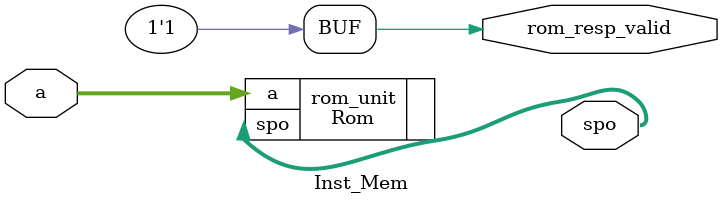
<source format=v>
`timescale 1ns / 1ps


module Inst_Mem(
    input [31:0] a,
    output [31:0] spo,
    output reg rom_resp_valid
    );
    Rom rom_unit(
        .a(a),  // µØÖ·ÊäÈë
        .spo(spo) // ¶ÁÊý¾ÝÊä³ö
    );
    always@(spo)begin
        rom_resp_valid=1;
    end
endmodule

</source>
